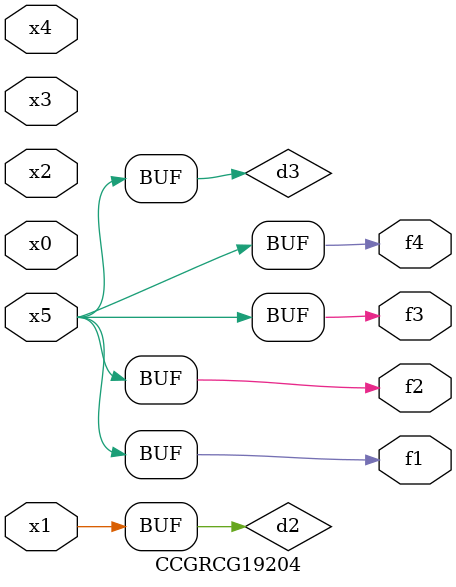
<source format=v>
module CCGRCG19204(
	input x0, x1, x2, x3, x4, x5,
	output f1, f2, f3, f4
);

	wire d1, d2, d3;

	not (d1, x5);
	or (d2, x1);
	xnor (d3, d1);
	assign f1 = d3;
	assign f2 = d3;
	assign f3 = d3;
	assign f4 = d3;
endmodule

</source>
